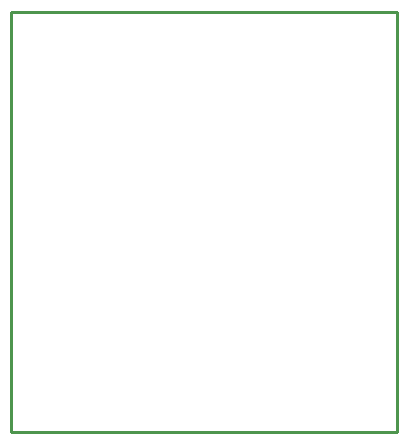
<source format=gbr>
G04 EAGLE Gerber X2 export*
%TF.Part,Single*%
%TF.FileFunction,Profile,NP*%
%TF.FilePolarity,Positive*%
%TF.GenerationSoftware,Autodesk,EAGLE,8.6.1*%
%TF.CreationDate,2018-02-10T19:35:33Z*%
G75*
%MOMM*%
%FSLAX34Y34*%
%LPD*%
%AMOC8*
5,1,8,0,0,1.08239X$1,22.5*%
G01*
%ADD10C,0.254000*%


D10*
X342900Y330200D02*
X669800Y330200D01*
X669800Y685700D01*
X342900Y685700D01*
X342900Y330200D01*
M02*

</source>
